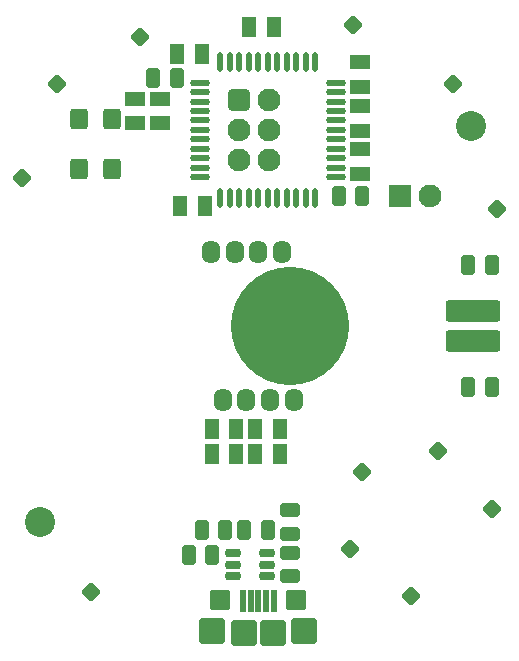
<source format=gbr>
%TF.GenerationSoftware,KiCad,Pcbnew,8.0.7*%
%TF.CreationDate,2025-09-19T21:14:16-06:00*%
%TF.ProjectId,MiniBall,4d696e69-4261-46c6-9c2e-6b696361645f,rev?*%
%TF.SameCoordinates,Original*%
%TF.FileFunction,Soldermask,Top*%
%TF.FilePolarity,Negative*%
%FSLAX46Y46*%
G04 Gerber Fmt 4.6, Leading zero omitted, Abs format (unit mm)*
G04 Created by KiCad (PCBNEW 8.0.7) date 2025-09-19 21:14:16*
%MOMM*%
%LPD*%
G01*
G04 APERTURE LIST*
G04 Aperture macros list*
%AMRoundRect*
0 Rectangle with rounded corners*
0 $1 Rounding radius*
0 $2 $3 $4 $5 $6 $7 $8 $9 X,Y pos of 4 corners*
0 Add a 4 corners polygon primitive as box body*
4,1,4,$2,$3,$4,$5,$6,$7,$8,$9,$2,$3,0*
0 Add four circle primitives for the rounded corners*
1,1,$1+$1,$2,$3*
1,1,$1+$1,$4,$5*
1,1,$1+$1,$6,$7*
1,1,$1+$1,$8,$9*
0 Add four rect primitives between the rounded corners*
20,1,$1+$1,$2,$3,$4,$5,0*
20,1,$1+$1,$4,$5,$6,$7,0*
20,1,$1+$1,$6,$7,$8,$9,0*
20,1,$1+$1,$8,$9,$2,$3,0*%
G04 Aperture macros list end*
%ADD10RoundRect,0.277860X-2.048340X-0.648340X2.048340X-0.648340X2.048340X0.648340X-2.048340X0.648340X0*%
%ADD11RoundRect,0.101600X0.718420X0.000000X0.000000X0.718420X-0.718420X0.000000X0.000000X-0.718420X0*%
%ADD12RoundRect,0.187860X-0.438340X0.688340X-0.438340X-0.688340X0.438340X-0.688340X0.438340X0.688340X0*%
%ADD13RoundRect,0.310480X0.465720X-0.565720X0.465720X0.565720X-0.465720X0.565720X-0.465720X-0.565720X0*%
%ADD14RoundRect,0.172860X-0.403340X0.653340X-0.403340X-0.653340X0.403340X-0.653340X0.403340X0.653340X0*%
%ADD15RoundRect,0.187860X0.688340X0.438340X-0.688340X0.438340X-0.688340X-0.438340X0.688340X-0.438340X0*%
%ADD16RoundRect,0.187860X0.438340X-0.688340X0.438340X0.688340X-0.438340X0.688340X-0.438340X-0.688340X0*%
%ADD17RoundRect,0.172860X0.653340X0.403340X-0.653340X0.403340X-0.653340X-0.403340X0.653340X-0.403340X0*%
%ADD18C,2.540000*%
%ADD19RoundRect,0.482600X-0.482600X-0.482600X0.482600X-0.482600X0.482600X0.482600X-0.482600X0.482600X0*%
%ADD20C,1.930400*%
%ADD21RoundRect,0.076200X0.889000X-0.889000X0.889000X0.889000X-0.889000X0.889000X-0.889000X-0.889000X0*%
%ADD22RoundRect,0.288000X-0.397000X0.072000X-0.397000X-0.072000X0.397000X-0.072000X0.397000X0.072000X0*%
%ADD23RoundRect,0.172860X0.403340X-0.653340X0.403340X0.653340X-0.403340X0.653340X-0.403340X-0.653340X0*%
%ADD24C,10.002400*%
%ADD25O,1.552400X1.952400*%
%ADD26RoundRect,0.187860X-0.688340X-0.438340X0.688340X-0.438340X0.688340X0.438340X-0.688340X0.438340X0*%
%ADD27RoundRect,0.073500X-0.171500X-0.896500X0.171500X-0.896500X0.171500X0.896500X-0.171500X0.896500X0*%
%ADD28RoundRect,0.215240X-0.860960X-0.860960X0.860960X-0.860960X0.860960X0.860960X-0.860960X0.860960X0*%
%ADD29RoundRect,0.175240X-0.700960X-0.700960X0.700960X-0.700960X0.700960X0.700960X-0.700960X0.700960X0*%
%ADD30RoundRect,0.276200X-0.000010X-0.550000X0.000010X-0.550000X0.000010X0.550000X-0.000010X0.550000X0*%
%ADD31RoundRect,0.276200X-0.550000X0.000010X-0.550000X-0.000010X0.550000X-0.000010X0.550000X0.000010X0*%
G04 APERTURE END LIST*
D10*
%TO.C,MOS.D.1*%
X166701110Y-103703600D03*
X166701110Y-106303600D03*
%TD*%
D11*
%TO.C,MCH.SP.10*%
X165001100Y-84503600D03*
%TD*%
%TO.C,MCH.SP.9*%
X168301110Y-120503600D03*
%TD*%
D12*
%TO.C,MCU.C.22*%
X143753510Y-82003600D03*
X141648710Y-82003600D03*
%TD*%
D13*
%TO.C,MCU.Y.1*%
X133301100Y-87503600D03*
X133301100Y-91703610D03*
X136101100Y-91703610D03*
X136101100Y-87503600D03*
%TD*%
D14*
%TO.C,USB.R.6*%
X145703510Y-122303600D03*
X143698710Y-122303600D03*
%TD*%
D11*
%TO.C,MCH.SP.2*%
X157301100Y-117403600D03*
%TD*%
D12*
%TO.C,MCU.C.1*%
X149853510Y-79703600D03*
X147748710Y-79703600D03*
%TD*%
D15*
%TO.C,MCU.C.7*%
X138101110Y-87856000D03*
X138101110Y-85751200D03*
%TD*%
D11*
%TO.C,MCH.SP.3*%
X138501100Y-80503600D03*
%TD*%
D16*
%TO.C,MOS.C.2*%
X148248700Y-113703600D03*
X150353500Y-113703600D03*
%TD*%
D15*
%TO.C,MCU.C.4*%
X157101100Y-88456000D03*
X157101100Y-86351200D03*
%TD*%
D17*
%TO.C,USB.FB.3*%
X151201100Y-126206000D03*
X151201100Y-124201200D03*
%TD*%
D14*
%TO.C,MOS.R.3*%
X168303510Y-110203600D03*
X166298710Y-110203600D03*
%TD*%
D18*
%TO.C,MCH.FID.2*%
X166501110Y-88103600D03*
%TD*%
D11*
%TO.C,MCH.SP.11*%
X161401100Y-127903600D03*
%TD*%
D14*
%TO.C,USB.FB.2*%
X149303510Y-122303600D03*
X147298710Y-122303600D03*
%TD*%
D11*
%TO.C,MCH.SP.5*%
X131501110Y-84503600D03*
%TD*%
D16*
%TO.C,MCU.C.5*%
X141848700Y-94803600D03*
X143953500Y-94803600D03*
%TD*%
D11*
%TO.C,MCH.SP.12*%
X128501100Y-92503600D03*
%TD*%
D12*
%TO.C,MOS.C.10*%
X146653510Y-115803600D03*
X144548700Y-115803600D03*
%TD*%
D19*
%TO.C,MCU.J.1*%
X146901110Y-85863600D03*
D20*
X149441110Y-85863600D03*
X146901110Y-88403600D03*
X149441110Y-88403600D03*
X146901110Y-90943600D03*
X149441110Y-90943600D03*
%TD*%
D15*
%TO.C,MCU.C.8*%
X157101100Y-84756000D03*
X157101100Y-82651200D03*
%TD*%
D21*
%TO.C,MCU.J.3*%
X160511100Y-94003600D03*
D20*
X163051100Y-94003600D03*
%TD*%
D18*
%TO.C,MCH.FID.1*%
X130001100Y-121603600D03*
%TD*%
D16*
%TO.C,MOS.C.3*%
X148248700Y-115803600D03*
X150353500Y-115803600D03*
%TD*%
D11*
%TO.C,MCH.SP.8*%
X156501100Y-79503600D03*
%TD*%
D22*
%TO.C,USB.Z.1*%
X149251100Y-126153600D03*
X149251100Y-125203600D03*
X149251100Y-124253600D03*
X146351100Y-124253600D03*
X146351100Y-125203600D03*
X146351100Y-126153600D03*
%TD*%
D23*
%TO.C,MOS.R.4*%
X166298700Y-99803600D03*
X168303500Y-99803600D03*
%TD*%
D24*
%TO.C,MOS.U.2*%
X151201100Y-105003600D03*
D25*
X150501120Y-98703600D03*
X148501120Y-98703600D03*
X146501120Y-98703600D03*
X144501120Y-98703600D03*
X145501120Y-111303600D03*
X147501120Y-111303600D03*
X149501120Y-111303600D03*
X151501120Y-111303600D03*
%TD*%
D26*
%TO.C,MCU.C.9*%
X157101100Y-90051200D03*
X157101100Y-92156000D03*
%TD*%
D17*
%TO.C,USB.R.7*%
X151201100Y-122606000D03*
X151201100Y-120601200D03*
%TD*%
D23*
%TO.C,MCU.R.5*%
X155298700Y-94003600D03*
X157303500Y-94003600D03*
%TD*%
D11*
%TO.C,MCH.SP.6*%
X134301110Y-127503600D03*
%TD*%
%TO.C,MCH.SP.7*%
X163701100Y-115603600D03*
%TD*%
%TO.C,MCH.SP.1*%
X168701100Y-95103600D03*
%TD*%
D14*
%TO.C,MCU.R.1*%
X141603510Y-84003600D03*
X139598710Y-84003600D03*
%TD*%
D11*
%TO.C,MCH.SP.4*%
X156301100Y-123903600D03*
%TD*%
D27*
%TO.C,USB.J.2*%
X147201110Y-128278600D03*
X147851100Y-128275410D03*
X148501110Y-128278600D03*
X149151110Y-128278600D03*
X149801110Y-128278600D03*
D28*
X152401100Y-130803610D03*
D29*
X151701100Y-128203610D03*
D28*
X149751180Y-130956850D03*
X147251180Y-130956850D03*
D29*
X145301110Y-128203610D03*
D28*
X144601100Y-130803610D03*
%TD*%
D15*
%TO.C,MCU.C.6*%
X140201110Y-87856000D03*
X140201110Y-85751200D03*
%TD*%
D12*
%TO.C,MOS.C.11*%
X146653510Y-113703600D03*
X144548700Y-113703600D03*
%TD*%
D14*
%TO.C,USB.FB.1*%
X144603510Y-124403600D03*
X142598710Y-124403600D03*
%TD*%
D30*
%TO.C,MCU.U.1*%
X153301110Y-82653600D03*
X152501100Y-82653600D03*
X151701100Y-82653600D03*
X150901100Y-82653600D03*
X150101100Y-82653600D03*
X149301100Y-82653600D03*
X148501100Y-82653600D03*
X147701100Y-82653600D03*
X146901110Y-82653600D03*
X146101100Y-82653600D03*
X145301100Y-82653600D03*
D31*
X143551100Y-84403600D03*
X143551100Y-85203600D03*
X143551100Y-86003600D03*
X143551100Y-86803600D03*
X143551100Y-87603600D03*
X143551100Y-88403600D03*
X143551100Y-89203600D03*
X143551100Y-90003600D03*
X143551100Y-90803600D03*
X143551100Y-91603600D03*
X143551100Y-92403600D03*
D30*
X145301100Y-94153600D03*
X146101100Y-94153600D03*
X146901110Y-94153600D03*
X147701100Y-94153600D03*
X148501100Y-94153600D03*
X149301100Y-94153600D03*
X150101100Y-94153600D03*
X150901100Y-94153600D03*
X151701100Y-94153600D03*
X152501100Y-94153600D03*
X153301110Y-94153600D03*
D31*
X155051100Y-92403600D03*
X155051100Y-91603600D03*
X155051100Y-90803600D03*
X155051100Y-90003600D03*
X155051100Y-89203600D03*
X155051100Y-88403600D03*
X155051100Y-87603600D03*
X155051100Y-86803600D03*
X155051100Y-86003600D03*
X155051100Y-85203600D03*
X155051100Y-84403600D03*
%TD*%
M02*

</source>
